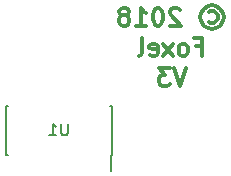
<source format=gbr>
G04 #@! TF.FileFunction,Legend,Bot*
%FSLAX46Y46*%
G04 Gerber Fmt 4.6, Leading zero omitted, Abs format (unit mm)*
G04 Created by KiCad (PCBNEW 4.0.7-e2-6376~58~ubuntu17.04.1) date Sat May  5 23:35:11 2018*
%MOMM*%
%LPD*%
G01*
G04 APERTURE LIST*
%ADD10C,0.100000*%
%ADD11C,0.300000*%
%ADD12C,0.150000*%
G04 APERTURE END LIST*
D10*
D11*
X201262856Y-123985714D02*
X201405714Y-123914286D01*
X201691428Y-123914286D01*
X201834285Y-123985714D01*
X201977142Y-124128571D01*
X202048571Y-124271429D01*
X202048571Y-124557143D01*
X201977142Y-124700000D01*
X201834285Y-124842857D01*
X201691428Y-124914286D01*
X201405714Y-124914286D01*
X201262856Y-124842857D01*
X201548571Y-123414286D02*
X201905714Y-123485714D01*
X202262856Y-123700000D01*
X202477142Y-124057143D01*
X202548571Y-124414286D01*
X202477142Y-124771429D01*
X202262856Y-125128571D01*
X201905714Y-125342857D01*
X201548571Y-125414286D01*
X201191428Y-125342857D01*
X200834285Y-125128571D01*
X200619999Y-124771429D01*
X200548571Y-124414286D01*
X200619999Y-124057143D01*
X200834285Y-123700000D01*
X201191428Y-123485714D01*
X201548571Y-123414286D01*
X198834285Y-123771429D02*
X198762856Y-123700000D01*
X198619999Y-123628571D01*
X198262856Y-123628571D01*
X198119999Y-123700000D01*
X198048570Y-123771429D01*
X197977142Y-123914286D01*
X197977142Y-124057143D01*
X198048570Y-124271429D01*
X198905713Y-125128571D01*
X197977142Y-125128571D01*
X197048571Y-123628571D02*
X196905714Y-123628571D01*
X196762857Y-123700000D01*
X196691428Y-123771429D01*
X196619999Y-123914286D01*
X196548571Y-124200000D01*
X196548571Y-124557143D01*
X196619999Y-124842857D01*
X196691428Y-124985714D01*
X196762857Y-125057143D01*
X196905714Y-125128571D01*
X197048571Y-125128571D01*
X197191428Y-125057143D01*
X197262857Y-124985714D01*
X197334285Y-124842857D01*
X197405714Y-124557143D01*
X197405714Y-124200000D01*
X197334285Y-123914286D01*
X197262857Y-123771429D01*
X197191428Y-123700000D01*
X197048571Y-123628571D01*
X195120000Y-125128571D02*
X195977143Y-125128571D01*
X195548571Y-125128571D02*
X195548571Y-123628571D01*
X195691428Y-123842857D01*
X195834286Y-123985714D01*
X195977143Y-124057143D01*
X194262857Y-124271429D02*
X194405715Y-124200000D01*
X194477143Y-124128571D01*
X194548572Y-123985714D01*
X194548572Y-123914286D01*
X194477143Y-123771429D01*
X194405715Y-123700000D01*
X194262857Y-123628571D01*
X193977143Y-123628571D01*
X193834286Y-123700000D01*
X193762857Y-123771429D01*
X193691429Y-123914286D01*
X193691429Y-123985714D01*
X193762857Y-124128571D01*
X193834286Y-124200000D01*
X193977143Y-124271429D01*
X194262857Y-124271429D01*
X194405715Y-124342857D01*
X194477143Y-124414286D01*
X194548572Y-124557143D01*
X194548572Y-124842857D01*
X194477143Y-124985714D01*
X194405715Y-125057143D01*
X194262857Y-125128571D01*
X193977143Y-125128571D01*
X193834286Y-125057143D01*
X193762857Y-124985714D01*
X193691429Y-124842857D01*
X193691429Y-124557143D01*
X193762857Y-124414286D01*
X193834286Y-124342857D01*
X193977143Y-124271429D01*
X200227142Y-126892857D02*
X200727142Y-126892857D01*
X200727142Y-127678571D02*
X200727142Y-126178571D01*
X200012856Y-126178571D01*
X199227142Y-127678571D02*
X199370000Y-127607143D01*
X199441428Y-127535714D01*
X199512857Y-127392857D01*
X199512857Y-126964286D01*
X199441428Y-126821429D01*
X199370000Y-126750000D01*
X199227142Y-126678571D01*
X199012857Y-126678571D01*
X198870000Y-126750000D01*
X198798571Y-126821429D01*
X198727142Y-126964286D01*
X198727142Y-127392857D01*
X198798571Y-127535714D01*
X198870000Y-127607143D01*
X199012857Y-127678571D01*
X199227142Y-127678571D01*
X198227142Y-127678571D02*
X197441428Y-126678571D01*
X198227142Y-126678571D02*
X197441428Y-127678571D01*
X196298571Y-127607143D02*
X196441428Y-127678571D01*
X196727142Y-127678571D01*
X196869999Y-127607143D01*
X196941428Y-127464286D01*
X196941428Y-126892857D01*
X196869999Y-126750000D01*
X196727142Y-126678571D01*
X196441428Y-126678571D01*
X196298571Y-126750000D01*
X196227142Y-126892857D01*
X196227142Y-127035714D01*
X196941428Y-127178571D01*
X195369999Y-127678571D02*
X195512857Y-127607143D01*
X195584285Y-127464286D01*
X195584285Y-126178571D01*
X199334285Y-128728571D02*
X198834285Y-130228571D01*
X198334285Y-128728571D01*
X197977142Y-128728571D02*
X197048571Y-128728571D01*
X197548571Y-129300000D01*
X197334285Y-129300000D01*
X197191428Y-129371429D01*
X197119999Y-129442857D01*
X197048571Y-129585714D01*
X197048571Y-129942857D01*
X197119999Y-130085714D01*
X197191428Y-130157143D01*
X197334285Y-130228571D01*
X197762857Y-130228571D01*
X197905714Y-130157143D01*
X197977142Y-130085714D01*
D12*
X193045000Y-136060000D02*
X193020000Y-136060000D01*
X193045000Y-131910000D02*
X192930000Y-131910000D01*
X184145000Y-131910000D02*
X184260000Y-131910000D01*
X184145000Y-136060000D02*
X184260000Y-136060000D01*
X193045000Y-136060000D02*
X193045000Y-131910000D01*
X184145000Y-136060000D02*
X184145000Y-131910000D01*
X193020000Y-136060000D02*
X193020000Y-137435000D01*
X189356905Y-133437381D02*
X189356905Y-134246905D01*
X189309286Y-134342143D01*
X189261667Y-134389762D01*
X189166429Y-134437381D01*
X188975952Y-134437381D01*
X188880714Y-134389762D01*
X188833095Y-134342143D01*
X188785476Y-134246905D01*
X188785476Y-133437381D01*
X187785476Y-134437381D02*
X188356905Y-134437381D01*
X188071191Y-134437381D02*
X188071191Y-133437381D01*
X188166429Y-133580238D01*
X188261667Y-133675476D01*
X188356905Y-133723095D01*
M02*

</source>
